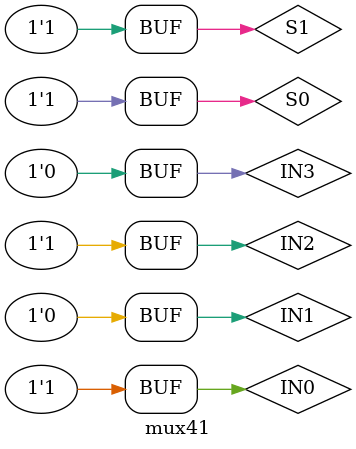
<source format=v>
module mux41;
reg IN0, IN1, IN2, IN3; 
reg S1, S0;

wire OUTPUT;

mux4to1 mymux(OUTPUT, IN0, IN1, IN2, IN3, S1, S0);

initial
begin
 
 IN0 = 1; IN1 = 0; IN2 = 1; IN3 = 0;
  
 S1 = 0; S0 = 0;
 #5
 S1 = 0; S0 = 1;
 #5
 S1 = 1; S0 = 0;
 #5
 S1 = 1; S0 = 1;
 #5 ;
end
endmodule 

</source>
